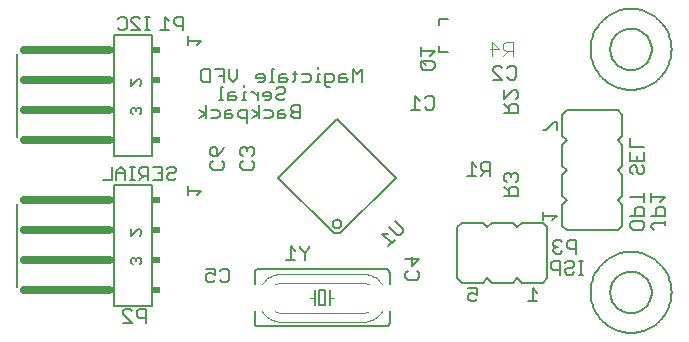
<source format=gbo>
G75*
G70*
%OFA0B0*%
%FSLAX24Y24*%
%IPPOS*%
%LPD*%
%AMOC8*
5,1,8,0,0,1.08239X$1,22.5*
%
%ADD10C,0.0060*%
%ADD11C,0.0050*%
%ADD12C,0.0080*%
%ADD13C,0.0260*%
%ADD14R,0.0387X0.0240*%
%ADD15R,0.0269X0.0240*%
%ADD16R,0.0371X0.0240*%
%ADD17C,0.0020*%
%ADD18C,0.0040*%
D10*
X003358Y001422D02*
X003358Y005438D01*
X004618Y005438D01*
X004618Y001422D01*
X003358Y001422D01*
X000130Y002052D02*
X000130Y004808D01*
X003358Y006422D02*
X003358Y010438D01*
X004618Y010438D01*
X004618Y006422D01*
X003358Y006422D01*
X005817Y005393D02*
X005817Y005100D01*
X005817Y005246D02*
X006258Y005246D01*
X006111Y005100D01*
X008836Y005680D02*
X010689Y003827D01*
X010886Y003827D01*
X012739Y005680D01*
X010787Y007632D01*
X008836Y005680D01*
X010646Y004153D02*
X010648Y004176D01*
X010654Y004199D01*
X010663Y004220D01*
X010676Y004240D01*
X010692Y004257D01*
X010710Y004271D01*
X010730Y004282D01*
X010752Y004290D01*
X010775Y004294D01*
X010799Y004294D01*
X010822Y004290D01*
X010844Y004282D01*
X010864Y004271D01*
X010882Y004257D01*
X010898Y004240D01*
X010911Y004220D01*
X010920Y004199D01*
X010926Y004176D01*
X010928Y004153D01*
X010926Y004130D01*
X010920Y004107D01*
X010911Y004086D01*
X010898Y004066D01*
X010882Y004049D01*
X010864Y004035D01*
X010844Y004024D01*
X010822Y004016D01*
X010799Y004012D01*
X010775Y004012D01*
X010752Y004016D01*
X010730Y004024D01*
X010710Y004035D01*
X010692Y004049D01*
X010676Y004066D01*
X010663Y004086D01*
X010654Y004107D01*
X010648Y004130D01*
X010646Y004153D01*
X012437Y002630D02*
X008137Y002630D01*
X008120Y002628D01*
X008103Y002624D01*
X008087Y002617D01*
X008073Y002607D01*
X008060Y002594D01*
X008050Y002580D01*
X008043Y002564D01*
X008039Y002547D01*
X008037Y002530D01*
X008037Y002130D01*
X008037Y001230D02*
X008037Y000830D01*
X008039Y000813D01*
X008043Y000796D01*
X008050Y000780D01*
X008060Y000766D01*
X008073Y000753D01*
X008087Y000743D01*
X008103Y000736D01*
X008120Y000732D01*
X008137Y000730D01*
X012437Y000730D01*
X012454Y000732D01*
X012471Y000736D01*
X012487Y000743D01*
X012501Y000753D01*
X012514Y000766D01*
X012524Y000780D01*
X012531Y000796D01*
X012535Y000813D01*
X012537Y000830D01*
X012537Y001230D01*
X012537Y002130D02*
X012537Y002530D01*
X012535Y002547D01*
X012531Y002564D01*
X012524Y002580D01*
X012514Y002594D01*
X012501Y002607D01*
X012487Y002617D01*
X012471Y002624D01*
X012454Y002628D01*
X012437Y002630D01*
X010537Y001930D02*
X010537Y001680D01*
X010537Y001430D01*
X010387Y001430D02*
X010187Y001430D01*
X010187Y001930D01*
X010387Y001930D01*
X010387Y001430D01*
X010037Y001430D02*
X010037Y001680D01*
X010037Y001930D01*
X014787Y002330D02*
X014937Y002180D01*
X015637Y002180D01*
X015787Y002330D01*
X015937Y002180D01*
X016637Y002180D01*
X016787Y002330D01*
X016937Y002180D01*
X017637Y002180D01*
X017787Y002330D01*
X017787Y004030D01*
X017637Y004180D01*
X016937Y004180D01*
X016787Y004030D01*
X016637Y004180D01*
X015937Y004180D01*
X015787Y004030D01*
X015637Y004180D01*
X014937Y004180D01*
X014787Y004030D01*
X014787Y002330D01*
X015164Y002000D02*
X015457Y002000D01*
X015457Y001780D01*
X015311Y001854D01*
X015237Y001854D01*
X015164Y001780D01*
X015164Y001633D01*
X015237Y001560D01*
X015384Y001560D01*
X015457Y001633D01*
X017164Y001560D02*
X017457Y001560D01*
X017311Y001560D02*
X017311Y002000D01*
X017457Y001854D01*
X019237Y001860D02*
X019239Y001933D01*
X019245Y002006D01*
X019255Y002078D01*
X019269Y002150D01*
X019286Y002221D01*
X019308Y002291D01*
X019333Y002360D01*
X019362Y002427D01*
X019394Y002492D01*
X019430Y002556D01*
X019470Y002618D01*
X019512Y002677D01*
X019558Y002734D01*
X019607Y002788D01*
X019659Y002840D01*
X019713Y002889D01*
X019770Y002935D01*
X019829Y002977D01*
X019891Y003017D01*
X019955Y003053D01*
X020020Y003085D01*
X020087Y003114D01*
X020156Y003139D01*
X020226Y003161D01*
X020297Y003178D01*
X020369Y003192D01*
X020441Y003202D01*
X020514Y003208D01*
X020587Y003210D01*
X020660Y003208D01*
X020733Y003202D01*
X020805Y003192D01*
X020877Y003178D01*
X020948Y003161D01*
X021018Y003139D01*
X021087Y003114D01*
X021154Y003085D01*
X021219Y003053D01*
X021283Y003017D01*
X021345Y002977D01*
X021404Y002935D01*
X021461Y002889D01*
X021515Y002840D01*
X021567Y002788D01*
X021616Y002734D01*
X021662Y002677D01*
X021704Y002618D01*
X021744Y002556D01*
X021780Y002492D01*
X021812Y002427D01*
X021841Y002360D01*
X021866Y002291D01*
X021888Y002221D01*
X021905Y002150D01*
X021919Y002078D01*
X021929Y002006D01*
X021935Y001933D01*
X021937Y001860D01*
X021935Y001787D01*
X021929Y001714D01*
X021919Y001642D01*
X021905Y001570D01*
X021888Y001499D01*
X021866Y001429D01*
X021841Y001360D01*
X021812Y001293D01*
X021780Y001228D01*
X021744Y001164D01*
X021704Y001102D01*
X021662Y001043D01*
X021616Y000986D01*
X021567Y000932D01*
X021515Y000880D01*
X021461Y000831D01*
X021404Y000785D01*
X021345Y000743D01*
X021283Y000703D01*
X021219Y000667D01*
X021154Y000635D01*
X021087Y000606D01*
X021018Y000581D01*
X020948Y000559D01*
X020877Y000542D01*
X020805Y000528D01*
X020733Y000518D01*
X020660Y000512D01*
X020587Y000510D01*
X020514Y000512D01*
X020441Y000518D01*
X020369Y000528D01*
X020297Y000542D01*
X020226Y000559D01*
X020156Y000581D01*
X020087Y000606D01*
X020020Y000635D01*
X019955Y000667D01*
X019891Y000703D01*
X019829Y000743D01*
X019770Y000785D01*
X019713Y000831D01*
X019659Y000880D01*
X019607Y000932D01*
X019558Y000986D01*
X019512Y001043D01*
X019470Y001102D01*
X019430Y001164D01*
X019394Y001228D01*
X019362Y001293D01*
X019333Y001360D01*
X019308Y001429D01*
X019286Y001499D01*
X019269Y001570D01*
X019255Y001642D01*
X019245Y001714D01*
X019239Y001787D01*
X019237Y001860D01*
X018437Y003930D02*
X018287Y004080D01*
X018287Y004780D01*
X018437Y004930D01*
X018287Y005080D01*
X018287Y005780D01*
X018437Y005930D01*
X018287Y006080D01*
X018287Y006780D01*
X018437Y006930D01*
X018287Y007080D01*
X018287Y007780D01*
X018437Y007930D01*
X020137Y007930D01*
X020287Y007780D01*
X020287Y007080D01*
X020137Y006930D01*
X020287Y006780D01*
X020287Y006080D01*
X020137Y005930D01*
X020287Y005780D01*
X020287Y005080D01*
X020137Y004930D01*
X020287Y004780D01*
X020287Y004080D01*
X020137Y003930D01*
X018437Y003930D01*
X017961Y004260D02*
X018108Y004407D01*
X017667Y004407D01*
X017667Y004260D02*
X017667Y004554D01*
X017667Y007260D02*
X017741Y007260D01*
X018034Y007554D01*
X018108Y007554D01*
X018108Y007260D01*
X019237Y009960D02*
X019239Y010033D01*
X019245Y010106D01*
X019255Y010178D01*
X019269Y010250D01*
X019286Y010321D01*
X019308Y010391D01*
X019333Y010460D01*
X019362Y010527D01*
X019394Y010592D01*
X019430Y010656D01*
X019470Y010718D01*
X019512Y010777D01*
X019558Y010834D01*
X019607Y010888D01*
X019659Y010940D01*
X019713Y010989D01*
X019770Y011035D01*
X019829Y011077D01*
X019891Y011117D01*
X019955Y011153D01*
X020020Y011185D01*
X020087Y011214D01*
X020156Y011239D01*
X020226Y011261D01*
X020297Y011278D01*
X020369Y011292D01*
X020441Y011302D01*
X020514Y011308D01*
X020587Y011310D01*
X020660Y011308D01*
X020733Y011302D01*
X020805Y011292D01*
X020877Y011278D01*
X020948Y011261D01*
X021018Y011239D01*
X021087Y011214D01*
X021154Y011185D01*
X021219Y011153D01*
X021283Y011117D01*
X021345Y011077D01*
X021404Y011035D01*
X021461Y010989D01*
X021515Y010940D01*
X021567Y010888D01*
X021616Y010834D01*
X021662Y010777D01*
X021704Y010718D01*
X021744Y010656D01*
X021780Y010592D01*
X021812Y010527D01*
X021841Y010460D01*
X021866Y010391D01*
X021888Y010321D01*
X021905Y010250D01*
X021919Y010178D01*
X021929Y010106D01*
X021935Y010033D01*
X021937Y009960D01*
X021935Y009887D01*
X021929Y009814D01*
X021919Y009742D01*
X021905Y009670D01*
X021888Y009599D01*
X021866Y009529D01*
X021841Y009460D01*
X021812Y009393D01*
X021780Y009328D01*
X021744Y009264D01*
X021704Y009202D01*
X021662Y009143D01*
X021616Y009086D01*
X021567Y009032D01*
X021515Y008980D01*
X021461Y008931D01*
X021404Y008885D01*
X021345Y008843D01*
X021283Y008803D01*
X021219Y008767D01*
X021154Y008735D01*
X021087Y008706D01*
X021018Y008681D01*
X020948Y008659D01*
X020877Y008642D01*
X020805Y008628D01*
X020733Y008618D01*
X020660Y008612D01*
X020587Y008610D01*
X020514Y008612D01*
X020441Y008618D01*
X020369Y008628D01*
X020297Y008642D01*
X020226Y008659D01*
X020156Y008681D01*
X020087Y008706D01*
X020020Y008735D01*
X019955Y008767D01*
X019891Y008803D01*
X019829Y008843D01*
X019770Y008885D01*
X019713Y008931D01*
X019659Y008980D01*
X019607Y009032D01*
X019558Y009086D01*
X019512Y009143D01*
X019470Y009202D01*
X019430Y009264D01*
X019394Y009328D01*
X019362Y009393D01*
X019333Y009460D01*
X019308Y009529D01*
X019286Y009599D01*
X019269Y009670D01*
X019255Y009742D01*
X019245Y009814D01*
X019239Y009887D01*
X019237Y009960D01*
X014497Y009870D02*
X014177Y009870D01*
X014177Y010090D01*
X014177Y010770D02*
X014177Y010990D01*
X014497Y010990D01*
X011607Y009300D02*
X011461Y009154D01*
X011314Y009300D01*
X011314Y008860D01*
X011147Y008933D02*
X011074Y009007D01*
X010854Y009007D01*
X010854Y009080D02*
X010854Y008860D01*
X011074Y008860D01*
X011147Y008933D01*
X010927Y009154D02*
X010854Y009080D01*
X010927Y009154D02*
X011074Y009154D01*
X010687Y009080D02*
X010687Y008933D01*
X010613Y008860D01*
X010393Y008860D01*
X010393Y008787D02*
X010393Y009154D01*
X010613Y009154D01*
X010687Y009080D01*
X010393Y008787D02*
X010467Y008713D01*
X010540Y008713D01*
X010226Y008860D02*
X010080Y008860D01*
X010153Y008860D02*
X010153Y009154D01*
X010226Y009154D01*
X010153Y009300D02*
X010153Y009374D01*
X009919Y009080D02*
X009846Y009154D01*
X009626Y009154D01*
X009459Y009154D02*
X009312Y009154D01*
X009386Y009227D02*
X009386Y008933D01*
X009312Y008860D01*
X009152Y008933D02*
X009079Y009007D01*
X008858Y009007D01*
X008858Y009080D02*
X008858Y008860D01*
X009079Y008860D01*
X009152Y008933D01*
X008932Y009154D02*
X008858Y009080D01*
X008932Y009154D02*
X009079Y009154D01*
X008692Y009300D02*
X008618Y009300D01*
X008618Y008860D01*
X008545Y008860D02*
X008692Y008860D01*
X008837Y008700D02*
X008984Y008700D01*
X009057Y008627D01*
X009057Y008554D01*
X008984Y008480D01*
X008837Y008480D01*
X008764Y008407D01*
X008764Y008333D01*
X008837Y008260D01*
X008984Y008260D01*
X009057Y008333D01*
X009337Y008100D02*
X009264Y008027D01*
X009264Y007954D01*
X009337Y007880D01*
X009557Y007880D01*
X009337Y007880D02*
X009264Y007807D01*
X009264Y007733D01*
X009337Y007660D01*
X009557Y007660D01*
X009557Y008100D01*
X009337Y008100D01*
X009024Y007954D02*
X008877Y007954D01*
X008804Y007880D01*
X008804Y007660D01*
X009024Y007660D01*
X009097Y007733D01*
X009024Y007807D01*
X008804Y007807D01*
X008637Y007880D02*
X008637Y007733D01*
X008563Y007660D01*
X008343Y007660D01*
X008176Y007660D02*
X008176Y008100D01*
X008137Y008260D02*
X008137Y008554D01*
X007990Y008554D02*
X007917Y008554D01*
X007990Y008554D02*
X008137Y008407D01*
X008304Y008407D02*
X008597Y008407D01*
X008597Y008480D02*
X008597Y008333D01*
X008524Y008260D01*
X008377Y008260D01*
X008304Y008407D02*
X008304Y008480D01*
X008377Y008554D01*
X008524Y008554D01*
X008597Y008480D01*
X008764Y008627D02*
X008837Y008700D01*
X008385Y008933D02*
X008385Y009080D01*
X008311Y009154D01*
X008165Y009154D01*
X008091Y009080D01*
X008091Y009007D01*
X008385Y009007D01*
X008385Y008933D02*
X008311Y008860D01*
X008165Y008860D01*
X007680Y008774D02*
X007680Y008700D01*
X007680Y008554D02*
X007680Y008260D01*
X007753Y008260D02*
X007606Y008260D01*
X007446Y008333D02*
X007373Y008407D01*
X007153Y008407D01*
X007153Y008480D02*
X007153Y008260D01*
X007373Y008260D01*
X007446Y008333D01*
X007373Y008554D02*
X007226Y008554D01*
X007153Y008480D01*
X006986Y008260D02*
X006839Y008260D01*
X006912Y008260D02*
X006912Y008700D01*
X006986Y008700D01*
X007004Y008860D02*
X007004Y009300D01*
X006710Y009300D01*
X006543Y009300D02*
X006323Y009300D01*
X006250Y009227D01*
X006250Y008933D01*
X006323Y008860D01*
X006543Y008860D01*
X006543Y009300D01*
X006857Y009080D02*
X007004Y009080D01*
X007170Y009007D02*
X007170Y009300D01*
X007464Y009300D02*
X007464Y009007D01*
X007317Y008860D01*
X007170Y009007D01*
X007680Y008554D02*
X007753Y008554D01*
X007793Y007954D02*
X007572Y007954D01*
X007499Y007880D01*
X007499Y007733D01*
X007572Y007660D01*
X007793Y007660D01*
X007793Y007513D02*
X007793Y007954D01*
X007956Y007954D02*
X008176Y007807D01*
X007956Y007660D01*
X008343Y007954D02*
X008563Y007954D01*
X008637Y007880D01*
X007332Y007733D02*
X007259Y007660D01*
X007039Y007660D01*
X007039Y007880D01*
X007112Y007954D01*
X007259Y007954D01*
X007259Y007807D02*
X007039Y007807D01*
X006872Y007880D02*
X006872Y007733D01*
X006798Y007660D01*
X006578Y007660D01*
X006411Y007660D02*
X006411Y008100D01*
X006578Y007954D02*
X006798Y007954D01*
X006872Y007880D01*
X007259Y007807D02*
X007332Y007733D01*
X006411Y007807D02*
X006191Y007954D01*
X006411Y007807D02*
X006191Y007660D01*
X009626Y008860D02*
X009846Y008860D01*
X009919Y008933D01*
X009919Y009080D01*
X011607Y008860D02*
X011607Y009300D01*
X006258Y010246D02*
X006111Y010100D01*
X006258Y010246D02*
X005817Y010246D01*
X005817Y010100D02*
X005817Y010393D01*
X000130Y009808D02*
X000130Y007052D01*
D11*
X002973Y005605D02*
X003273Y005605D01*
X003273Y006055D01*
X003433Y005905D02*
X003583Y006055D01*
X003733Y005905D01*
X003733Y005605D01*
X003890Y005605D02*
X004040Y005605D01*
X003965Y005605D02*
X003965Y006055D01*
X004040Y006055D02*
X003890Y006055D01*
X004200Y005980D02*
X004200Y005830D01*
X004275Y005755D01*
X004501Y005755D01*
X004501Y005605D02*
X004501Y006055D01*
X004275Y006055D01*
X004200Y005980D01*
X004350Y005755D02*
X004200Y005605D01*
X004661Y005605D02*
X004961Y005605D01*
X004961Y006055D01*
X004661Y006055D01*
X004811Y005830D02*
X004961Y005830D01*
X005121Y005755D02*
X005121Y005680D01*
X005196Y005605D01*
X005346Y005605D01*
X005421Y005680D01*
X005346Y005830D02*
X005196Y005830D01*
X005121Y005755D01*
X005346Y005830D02*
X005421Y005905D01*
X005421Y005980D01*
X005346Y006055D01*
X005196Y006055D01*
X005121Y005980D01*
X003733Y005830D02*
X003433Y005830D01*
X003433Y005905D02*
X003433Y005605D01*
X003922Y003973D02*
X003922Y003746D01*
X004149Y003973D01*
X004206Y003973D01*
X004263Y003916D01*
X004263Y003803D01*
X004206Y003746D01*
X004206Y003023D02*
X004149Y003023D01*
X004093Y002966D01*
X004036Y003023D01*
X003979Y003023D01*
X003922Y002966D01*
X003922Y002853D01*
X003979Y002796D01*
X004093Y002909D02*
X004093Y002966D01*
X004206Y003023D02*
X004263Y002966D01*
X004263Y002853D01*
X004206Y002796D01*
X006423Y002655D02*
X006723Y002655D01*
X006723Y002430D01*
X006573Y002505D01*
X006498Y002505D01*
X006423Y002430D01*
X006423Y002280D01*
X006498Y002205D01*
X006648Y002205D01*
X006723Y002280D01*
X006883Y002280D02*
X006958Y002205D01*
X007108Y002205D01*
X007183Y002280D01*
X007183Y002580D01*
X007108Y002655D01*
X006958Y002655D01*
X006883Y002580D01*
X009102Y002955D02*
X009402Y002955D01*
X009252Y002955D02*
X009252Y003405D01*
X009402Y003255D01*
X009562Y003330D02*
X009562Y003405D01*
X009562Y003330D02*
X009712Y003180D01*
X009712Y002955D01*
X009712Y003180D02*
X009862Y003330D01*
X009862Y003405D01*
X012287Y003816D02*
X012605Y003498D01*
X012499Y003392D02*
X012712Y003604D01*
X012772Y003770D02*
X012506Y004036D01*
X012719Y004248D02*
X012984Y003983D01*
X012984Y003876D01*
X012878Y003770D01*
X012772Y003770D01*
X012499Y003816D02*
X012287Y003816D01*
X013062Y002970D02*
X013513Y002970D01*
X013288Y002745D01*
X013288Y003045D01*
X013438Y002584D02*
X013513Y002509D01*
X013513Y002359D01*
X013438Y002284D01*
X013138Y002284D01*
X013062Y002359D01*
X013062Y002509D01*
X013138Y002584D01*
X016362Y005084D02*
X016813Y005084D01*
X016813Y005309D01*
X016738Y005384D01*
X016588Y005384D01*
X016513Y005309D01*
X016513Y005084D01*
X016513Y005234D02*
X016362Y005384D01*
X016438Y005545D02*
X016362Y005620D01*
X016362Y005770D01*
X016438Y005845D01*
X016513Y005845D01*
X016588Y005770D01*
X016588Y005695D01*
X016588Y005770D02*
X016663Y005845D01*
X016738Y005845D01*
X016813Y005770D01*
X016813Y005620D01*
X016738Y005545D01*
X015883Y005755D02*
X015883Y006205D01*
X015658Y006205D01*
X015583Y006130D01*
X015583Y005980D01*
X015658Y005905D01*
X015883Y005905D01*
X015733Y005905D02*
X015583Y005755D01*
X015423Y005755D02*
X015123Y005755D01*
X015273Y005755D02*
X015273Y006205D01*
X015423Y006055D01*
X016362Y007834D02*
X016813Y007834D01*
X016813Y008059D01*
X016738Y008134D01*
X016588Y008134D01*
X016513Y008059D01*
X016513Y007834D01*
X016513Y007984D02*
X016362Y008134D01*
X016362Y008295D02*
X016663Y008595D01*
X016738Y008595D01*
X016813Y008520D01*
X016813Y008370D01*
X016738Y008295D01*
X016362Y008295D02*
X016362Y008595D01*
X016302Y008955D02*
X016002Y008955D01*
X016302Y008955D02*
X016002Y009255D01*
X016002Y009330D01*
X016077Y009405D01*
X016227Y009405D01*
X016302Y009330D01*
X016462Y009330D02*
X016537Y009405D01*
X016687Y009405D01*
X016762Y009330D01*
X016762Y009030D01*
X016687Y008955D01*
X016537Y008955D01*
X016462Y009030D01*
X014038Y009359D02*
X014038Y009509D01*
X013963Y009584D01*
X013663Y009584D01*
X013587Y009509D01*
X013587Y009359D01*
X013663Y009284D01*
X013963Y009284D01*
X014038Y009359D01*
X013738Y009434D02*
X013587Y009584D01*
X013587Y009745D02*
X013587Y010045D01*
X013587Y009895D02*
X014038Y009895D01*
X013888Y009745D01*
X013937Y008405D02*
X013787Y008405D01*
X013712Y008330D01*
X013552Y008255D02*
X013402Y008405D01*
X013402Y007955D01*
X013552Y007955D02*
X013252Y007955D01*
X013712Y008030D02*
X013787Y007955D01*
X013937Y007955D01*
X014012Y008030D01*
X014012Y008330D01*
X013937Y008405D01*
X008013Y006641D02*
X008013Y006490D01*
X007938Y006415D01*
X007788Y006566D02*
X007788Y006641D01*
X007713Y006716D01*
X007638Y006716D01*
X007562Y006641D01*
X007562Y006490D01*
X007638Y006415D01*
X007788Y006641D02*
X007863Y006716D01*
X007938Y006716D01*
X008013Y006641D01*
X007938Y006255D02*
X008013Y006180D01*
X008013Y006030D01*
X007938Y005955D01*
X007638Y005955D01*
X007562Y006030D01*
X007562Y006180D01*
X007638Y006255D01*
X007013Y006180D02*
X007013Y006030D01*
X006938Y005955D01*
X006638Y005955D01*
X006562Y006030D01*
X006562Y006180D01*
X006638Y006255D01*
X006938Y006255D02*
X007013Y006180D01*
X006788Y006415D02*
X006638Y006415D01*
X006562Y006490D01*
X006562Y006641D01*
X006638Y006716D01*
X006713Y006716D01*
X006788Y006641D01*
X006788Y006415D01*
X006938Y006566D01*
X007013Y006716D01*
X004263Y007853D02*
X004206Y007796D01*
X004263Y007853D02*
X004263Y007966D01*
X004206Y008023D01*
X004149Y008023D01*
X004093Y007966D01*
X004036Y008023D01*
X003979Y008023D01*
X003922Y007966D01*
X003922Y007853D01*
X003979Y007796D01*
X004093Y007909D02*
X004093Y007966D01*
X004206Y008746D02*
X004263Y008803D01*
X004263Y008916D01*
X004206Y008973D01*
X004149Y008973D01*
X003922Y008746D01*
X003922Y008973D01*
X003933Y010605D02*
X004233Y010605D01*
X003933Y010905D01*
X003933Y010980D01*
X004008Y011055D01*
X004158Y011055D01*
X004233Y010980D01*
X004390Y011055D02*
X004540Y011055D01*
X004465Y011055D02*
X004465Y010605D01*
X004540Y010605D02*
X004390Y010605D01*
X004902Y010605D02*
X005202Y010605D01*
X005052Y010605D02*
X005052Y011055D01*
X005202Y010905D01*
X005362Y010830D02*
X005437Y010755D01*
X005662Y010755D01*
X005662Y010605D02*
X005662Y011055D01*
X005437Y011055D01*
X005362Y010980D01*
X005362Y010830D01*
X003773Y010680D02*
X003698Y010605D01*
X003548Y010605D01*
X003473Y010680D01*
X003773Y010680D02*
X003773Y010980D01*
X003698Y011055D01*
X003548Y011055D01*
X003473Y010980D01*
X018002Y003530D02*
X018002Y003455D01*
X018077Y003380D01*
X018002Y003305D01*
X018002Y003230D01*
X018077Y003155D01*
X018227Y003155D01*
X018302Y003230D01*
X018152Y003380D02*
X018077Y003380D01*
X018002Y003530D02*
X018077Y003605D01*
X018227Y003605D01*
X018302Y003530D01*
X018462Y003530D02*
X018462Y003380D01*
X018537Y003305D01*
X018762Y003305D01*
X018762Y003155D02*
X018762Y003605D01*
X018537Y003605D01*
X018462Y003530D01*
X018458Y002905D02*
X018608Y002905D01*
X018683Y002830D01*
X018683Y002755D01*
X018608Y002680D01*
X018458Y002680D01*
X018383Y002605D01*
X018383Y002530D01*
X018458Y002455D01*
X018608Y002455D01*
X018683Y002530D01*
X018840Y002455D02*
X018990Y002455D01*
X018915Y002455D02*
X018915Y002905D01*
X018990Y002905D02*
X018840Y002905D01*
X018458Y002905D02*
X018383Y002830D01*
X018223Y002905D02*
X017998Y002905D01*
X017923Y002830D01*
X017923Y002680D01*
X017998Y002605D01*
X018223Y002605D01*
X018223Y002455D02*
X018223Y002905D01*
X020562Y004030D02*
X020562Y004180D01*
X020638Y004255D01*
X020938Y004255D01*
X021013Y004180D01*
X021013Y004030D01*
X020938Y003955D01*
X020638Y003955D01*
X020562Y004030D01*
X021262Y004030D02*
X021262Y004105D01*
X021338Y004180D01*
X021713Y004180D01*
X021713Y004105D02*
X021713Y004255D01*
X021713Y004415D02*
X021262Y004415D01*
X021413Y004415D02*
X021413Y004641D01*
X021488Y004716D01*
X021638Y004716D01*
X021713Y004641D01*
X021713Y004415D01*
X021013Y004415D02*
X021013Y004641D01*
X020938Y004716D01*
X020788Y004716D01*
X020713Y004641D01*
X020713Y004415D01*
X020562Y004415D02*
X021013Y004415D01*
X021262Y004030D02*
X021338Y003955D01*
X021262Y004876D02*
X021262Y005176D01*
X021262Y005026D02*
X021713Y005026D01*
X021563Y004876D01*
X021013Y004876D02*
X021013Y005176D01*
X021013Y005026D02*
X020562Y005026D01*
X020638Y005797D02*
X020562Y005872D01*
X020562Y006022D01*
X020638Y006097D01*
X020713Y006097D01*
X020788Y006022D01*
X020788Y005872D01*
X020863Y005797D01*
X020938Y005797D01*
X021013Y005872D01*
X021013Y006022D01*
X020938Y006097D01*
X021013Y006257D02*
X020562Y006257D01*
X020562Y006557D01*
X020562Y006717D02*
X020562Y007018D01*
X020562Y006717D02*
X021013Y006717D01*
X021013Y006557D02*
X021013Y006257D01*
X020788Y006257D02*
X020788Y006407D01*
X004412Y001305D02*
X004412Y000855D01*
X004412Y001005D02*
X004187Y001005D01*
X004112Y001080D01*
X004112Y001230D01*
X004187Y001305D01*
X004412Y001305D01*
X003952Y001230D02*
X003877Y001305D01*
X003727Y001305D01*
X003652Y001230D01*
X003652Y001155D01*
X003952Y000855D01*
X003652Y000855D01*
D12*
X019898Y001860D02*
X019900Y001912D01*
X019906Y001964D01*
X019916Y002015D01*
X019929Y002065D01*
X019947Y002115D01*
X019968Y002162D01*
X019992Y002208D01*
X020021Y002252D01*
X020052Y002294D01*
X020086Y002333D01*
X020123Y002370D01*
X020163Y002403D01*
X020206Y002434D01*
X020250Y002461D01*
X020296Y002485D01*
X020345Y002505D01*
X020394Y002521D01*
X020445Y002534D01*
X020496Y002543D01*
X020548Y002548D01*
X020600Y002549D01*
X020652Y002546D01*
X020704Y002539D01*
X020755Y002528D01*
X020805Y002514D01*
X020854Y002495D01*
X020901Y002473D01*
X020946Y002448D01*
X020990Y002419D01*
X021031Y002387D01*
X021070Y002352D01*
X021105Y002314D01*
X021138Y002273D01*
X021168Y002231D01*
X021194Y002186D01*
X021217Y002139D01*
X021236Y002090D01*
X021252Y002040D01*
X021264Y001990D01*
X021272Y001938D01*
X021276Y001886D01*
X021276Y001834D01*
X021272Y001782D01*
X021264Y001730D01*
X021252Y001680D01*
X021236Y001630D01*
X021217Y001581D01*
X021194Y001534D01*
X021168Y001489D01*
X021138Y001447D01*
X021105Y001406D01*
X021070Y001368D01*
X021031Y001333D01*
X020990Y001301D01*
X020946Y001272D01*
X020901Y001247D01*
X020854Y001225D01*
X020805Y001206D01*
X020755Y001192D01*
X020704Y001181D01*
X020652Y001174D01*
X020600Y001171D01*
X020548Y001172D01*
X020496Y001177D01*
X020445Y001186D01*
X020394Y001199D01*
X020345Y001215D01*
X020296Y001235D01*
X020250Y001259D01*
X020206Y001286D01*
X020163Y001317D01*
X020123Y001350D01*
X020086Y001387D01*
X020052Y001426D01*
X020021Y001468D01*
X019992Y001512D01*
X019968Y001558D01*
X019947Y001605D01*
X019929Y001655D01*
X019916Y001705D01*
X019906Y001756D01*
X019900Y001808D01*
X019898Y001860D01*
X019898Y009960D02*
X019900Y010012D01*
X019906Y010064D01*
X019916Y010115D01*
X019929Y010165D01*
X019947Y010215D01*
X019968Y010262D01*
X019992Y010308D01*
X020021Y010352D01*
X020052Y010394D01*
X020086Y010433D01*
X020123Y010470D01*
X020163Y010503D01*
X020206Y010534D01*
X020250Y010561D01*
X020296Y010585D01*
X020345Y010605D01*
X020394Y010621D01*
X020445Y010634D01*
X020496Y010643D01*
X020548Y010648D01*
X020600Y010649D01*
X020652Y010646D01*
X020704Y010639D01*
X020755Y010628D01*
X020805Y010614D01*
X020854Y010595D01*
X020901Y010573D01*
X020946Y010548D01*
X020990Y010519D01*
X021031Y010487D01*
X021070Y010452D01*
X021105Y010414D01*
X021138Y010373D01*
X021168Y010331D01*
X021194Y010286D01*
X021217Y010239D01*
X021236Y010190D01*
X021252Y010140D01*
X021264Y010090D01*
X021272Y010038D01*
X021276Y009986D01*
X021276Y009934D01*
X021272Y009882D01*
X021264Y009830D01*
X021252Y009780D01*
X021236Y009730D01*
X021217Y009681D01*
X021194Y009634D01*
X021168Y009589D01*
X021138Y009547D01*
X021105Y009506D01*
X021070Y009468D01*
X021031Y009433D01*
X020990Y009401D01*
X020946Y009372D01*
X020901Y009347D01*
X020854Y009325D01*
X020805Y009306D01*
X020755Y009292D01*
X020704Y009281D01*
X020652Y009274D01*
X020600Y009271D01*
X020548Y009272D01*
X020496Y009277D01*
X020445Y009286D01*
X020394Y009299D01*
X020345Y009315D01*
X020296Y009335D01*
X020250Y009359D01*
X020206Y009386D01*
X020163Y009417D01*
X020123Y009450D01*
X020086Y009487D01*
X020052Y009526D01*
X020021Y009568D01*
X019992Y009612D01*
X019968Y009658D01*
X019947Y009705D01*
X019929Y009755D01*
X019916Y009805D01*
X019906Y009856D01*
X019900Y009908D01*
X019898Y009960D01*
D13*
X003185Y009930D02*
X000366Y009930D01*
X000366Y008930D02*
X003185Y008930D01*
X003185Y007930D02*
X000366Y007930D01*
X000366Y006930D02*
X003185Y006930D01*
X003185Y004930D02*
X000366Y004930D01*
X000366Y003930D02*
X003185Y003930D01*
X003185Y002930D02*
X000366Y002930D01*
X000366Y001930D02*
X003185Y001930D01*
D14*
X003181Y002930D03*
X003181Y007930D03*
D15*
X004753Y007930D03*
X004753Y006930D03*
X004753Y004930D03*
X004753Y003930D03*
X004753Y002930D03*
X004753Y001930D03*
X004753Y008930D03*
X004753Y009930D03*
D16*
X003173Y009930D03*
X003173Y008930D03*
X003173Y006930D03*
X003173Y004930D03*
X003173Y003930D03*
X003173Y001930D03*
D17*
X008276Y002130D02*
X008308Y002175D01*
X008344Y002217D01*
X008383Y002257D01*
X008425Y002294D01*
X008468Y002328D01*
X008515Y002359D01*
X008563Y002387D01*
X008613Y002411D01*
X008664Y002432D01*
X008717Y002449D01*
X008771Y002463D01*
X008826Y002472D01*
X008881Y002478D01*
X008937Y002480D01*
X011637Y002480D01*
X011637Y002180D02*
X008937Y002180D01*
X008899Y002179D01*
X008862Y002174D01*
X008825Y002167D01*
X008789Y002158D01*
X008753Y002145D01*
X008719Y002130D01*
X008719Y001230D02*
X008753Y001215D01*
X008789Y001202D01*
X008825Y001193D01*
X008862Y001186D01*
X008899Y001181D01*
X008937Y001180D01*
X011637Y001180D01*
X011637Y000880D02*
X008937Y000880D01*
X008938Y000880D02*
X008882Y000882D01*
X008827Y000888D01*
X008772Y000897D01*
X008718Y000911D01*
X008665Y000928D01*
X008614Y000949D01*
X008564Y000973D01*
X008516Y001001D01*
X008469Y001032D01*
X008425Y001066D01*
X008384Y001103D01*
X008345Y001143D01*
X008309Y001185D01*
X008277Y001230D01*
X009887Y001680D02*
X010037Y001680D01*
X010537Y001680D02*
X010687Y001680D01*
X011637Y002480D02*
X011693Y002478D01*
X011748Y002472D01*
X011803Y002463D01*
X011857Y002449D01*
X011910Y002432D01*
X011961Y002411D01*
X012011Y002387D01*
X012059Y002359D01*
X012106Y002328D01*
X012150Y002294D01*
X012191Y002257D01*
X012230Y002217D01*
X012266Y002175D01*
X012298Y002130D01*
X012298Y001230D02*
X012266Y001185D01*
X012230Y001143D01*
X012191Y001103D01*
X012149Y001066D01*
X012106Y001032D01*
X012059Y001001D01*
X012011Y000973D01*
X011961Y000949D01*
X011910Y000928D01*
X011857Y000911D01*
X011803Y000897D01*
X011748Y000888D01*
X011693Y000882D01*
X011637Y000880D01*
X011637Y001180D02*
X011675Y001181D01*
X011712Y001186D01*
X011749Y001193D01*
X011785Y001202D01*
X011821Y001215D01*
X011855Y001230D01*
X011855Y002130D02*
X011821Y002145D01*
X011785Y002158D01*
X011749Y002167D01*
X011712Y002174D01*
X011675Y002179D01*
X011637Y002180D01*
D18*
X015948Y009750D02*
X015948Y010210D01*
X016178Y009980D01*
X015871Y009980D01*
X016331Y009980D02*
X016408Y009903D01*
X016638Y009903D01*
X016638Y009750D02*
X016638Y010210D01*
X016408Y010210D01*
X016331Y010134D01*
X016331Y009980D01*
X016485Y009903D02*
X016331Y009750D01*
M02*

</source>
